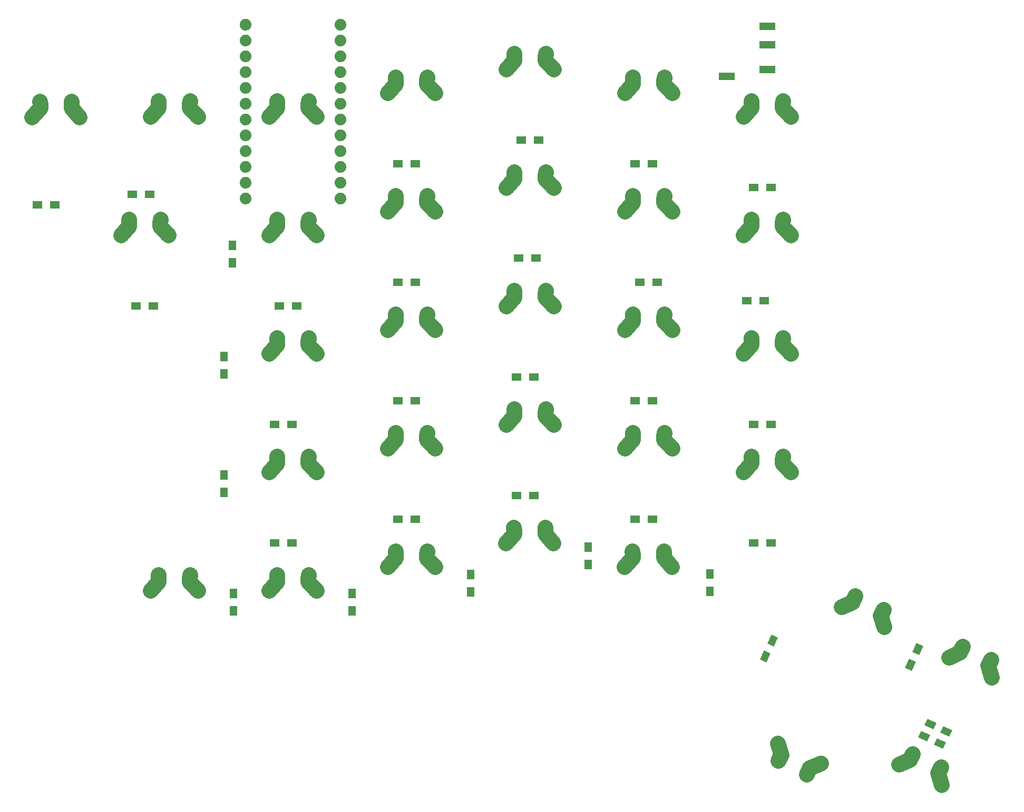
<source format=gbr>
G04 #@! TF.GenerationSoftware,KiCad,Pcbnew,(5.1.5)-3*
G04 #@! TF.CreationDate,2020-06-21T18:11:25+05:30*
G04 #@! TF.ProjectId,ergocape,6572676f-6361-4706-952e-6b696361645f,rev?*
G04 #@! TF.SameCoordinates,Original*
G04 #@! TF.FileFunction,Paste,Top*
G04 #@! TF.FilePolarity,Positive*
%FSLAX46Y46*%
G04 Gerber Fmt 4.6, Leading zero omitted, Abs format (unit mm)*
G04 Created by KiCad (PCBNEW (5.1.5)-3) date 2020-06-21 18:11:25*
%MOMM*%
%LPD*%
G04 APERTURE LIST*
%ADD10C,1.879600*%
%ADD11R,2.500000X1.200000*%
%ADD12C,2.500000*%
%ADD13R,1.600000X1.200000*%
%ADD14R,1.200000X1.600000*%
%ADD15C,0.100000*%
G04 APERTURE END LIST*
D10*
X76504800Y-22326600D03*
X76504800Y-24866600D03*
X76504800Y-27406600D03*
X76504800Y-29946600D03*
X76504800Y-32486600D03*
X76504800Y-35026600D03*
X76504800Y-37566600D03*
X76504800Y-40106600D03*
X76504800Y-42646600D03*
X76504800Y-45186600D03*
X76504800Y-47726600D03*
X76504800Y-50266600D03*
X91744800Y-50266600D03*
X91744800Y-47726600D03*
X91744800Y-45186600D03*
X91744800Y-42646600D03*
X91744800Y-40106600D03*
X91744800Y-37566600D03*
X91744800Y-35026600D03*
X91744800Y-32486600D03*
X91744800Y-29946600D03*
X91744800Y-27406600D03*
X91744800Y-24866600D03*
X91744800Y-22326600D03*
D11*
X160352000Y-25511500D03*
X160352000Y-22511500D03*
X160352000Y-29511500D03*
X153852000Y-30611500D03*
D12*
X57824999Y-54237500D02*
X57785001Y-53657500D01*
X62825001Y-54237500D02*
X62864999Y-53657500D01*
X62825005Y-54737496D02*
X64134995Y-56197504D01*
X57824995Y-54737496D02*
X56515005Y-56197504D01*
D13*
X120838000Y-40798800D03*
X123638000Y-40798800D03*
D12*
X87947495Y-37147504D02*
X86637505Y-35687496D01*
X81597501Y-34607500D02*
X81637499Y-35187500D01*
X80327505Y-37147504D02*
X81637495Y-35687496D01*
X86677499Y-34607500D02*
X86637501Y-35187500D01*
X188378385Y-144508368D02*
X187808157Y-142631524D01*
X183696788Y-139522719D02*
X183487920Y-140065281D01*
X181472328Y-141288021D02*
X183276610Y-140518429D01*
X188300830Y-141669619D02*
X188019460Y-142178373D01*
D14*
X74422000Y-60582000D03*
X74422000Y-57782000D03*
D13*
X100994000Y-44608800D03*
X103794000Y-44608800D03*
X139094000Y-44608800D03*
X141894000Y-44608800D03*
X158144000Y-48418800D03*
X160944000Y-48418800D03*
D14*
X93662500Y-116494000D03*
X93662500Y-113694000D03*
X151130000Y-113414000D03*
X151130000Y-110614000D03*
X131572000Y-109096000D03*
X131572000Y-106296000D03*
X73025000Y-78393800D03*
X73025000Y-75593800D03*
X74612500Y-116494000D03*
X74612500Y-113694000D03*
D13*
X120044000Y-78898800D03*
X122844000Y-78898800D03*
X58290000Y-49530000D03*
X61090000Y-49530000D03*
D14*
X73025000Y-97443800D03*
X73025000Y-94643800D03*
D13*
X58925000Y-67468800D03*
X61725000Y-67468800D03*
D15*
G36*
X185561460Y-134934236D02*
G01*
X186068602Y-133846667D01*
X187518694Y-134522856D01*
X187011552Y-135610425D01*
X185561460Y-134934236D01*
G37*
G36*
X188099122Y-136117568D02*
G01*
X188606264Y-135029999D01*
X190056356Y-135706188D01*
X189549214Y-136793757D01*
X188099122Y-136117568D01*
G37*
G36*
X184540460Y-136881236D02*
G01*
X185047602Y-135793667D01*
X186497694Y-136469856D01*
X185990552Y-137557425D01*
X184540460Y-136881236D01*
G37*
G36*
X187078122Y-138064568D02*
G01*
X187585264Y-136976999D01*
X189035356Y-137653188D01*
X188528214Y-138740757D01*
X187078122Y-138064568D01*
G37*
G36*
X160219932Y-124823660D02*
G01*
X159132363Y-124316518D01*
X159808552Y-122866426D01*
X160896121Y-123373568D01*
X160219932Y-124823660D01*
G37*
G36*
X161403264Y-122285998D02*
G01*
X160315695Y-121778856D01*
X160991884Y-120328764D01*
X162079453Y-120835906D01*
X161403264Y-122285998D01*
G37*
D14*
X112712000Y-113478000D03*
X112712000Y-110678000D03*
D13*
X81150000Y-86518800D03*
X83950000Y-86518800D03*
X158144000Y-105569000D03*
X160944000Y-105569000D03*
X120044000Y-97948800D03*
X122844000Y-97948800D03*
X120393000Y-59817000D03*
X123193000Y-59817000D03*
X139094000Y-82708800D03*
X141894000Y-82708800D03*
X158144000Y-86518800D03*
X160944000Y-86518800D03*
X81943800Y-67468800D03*
X84743800Y-67468800D03*
X139888000Y-63658800D03*
X142688000Y-63658800D03*
X100994000Y-82708800D03*
X103794000Y-82708800D03*
X157032000Y-66675000D03*
X159832000Y-66675000D03*
X139094000Y-101759000D03*
X141894000Y-101759000D03*
X100994000Y-63658800D03*
X103794000Y-63658800D03*
X100994000Y-101759000D03*
X103794000Y-101759000D03*
X81150000Y-105569000D03*
X83950000Y-105569000D03*
D12*
X106997995Y-33337504D02*
X105688005Y-31877496D01*
X100648001Y-30797500D02*
X100687999Y-31377500D01*
X99378005Y-33337504D02*
X100687995Y-31877496D01*
X105727999Y-30797500D02*
X105688001Y-31377500D01*
X126047995Y-29527504D02*
X124738005Y-28067496D01*
X119698001Y-26987500D02*
X119737999Y-27567500D01*
X118428005Y-29527504D02*
X119737995Y-28067496D01*
X124777999Y-26987500D02*
X124738001Y-27567500D01*
X145097995Y-33337504D02*
X143788005Y-31877496D01*
X138748001Y-30797500D02*
X138787999Y-31377500D01*
X137478005Y-33337504D02*
X138787995Y-31877496D01*
X143827999Y-30797500D02*
X143788001Y-31377500D01*
X164147995Y-37147504D02*
X162838005Y-35687496D01*
X157798001Y-34607500D02*
X157837999Y-35187500D01*
X156528005Y-37147504D02*
X157837995Y-35687496D01*
X162877999Y-34607500D02*
X162838001Y-35187500D01*
X87947495Y-75247504D02*
X86637505Y-73787496D01*
X81597501Y-72707500D02*
X81637499Y-73287500D01*
X80327505Y-75247504D02*
X81637495Y-73787496D01*
X86677499Y-72707500D02*
X86637501Y-73287500D01*
X87947495Y-113348004D02*
X86637505Y-111887996D01*
X81597501Y-110808000D02*
X81637499Y-111388000D01*
X80327505Y-113348004D02*
X81637495Y-111887996D01*
X86677499Y-110808000D02*
X86637501Y-111388000D01*
X164147995Y-94297504D02*
X162838005Y-92837496D01*
X157798001Y-91757500D02*
X157837999Y-92337500D01*
X156528005Y-94297504D02*
X157837995Y-92837496D01*
X162877999Y-91757500D02*
X162838001Y-92337500D01*
X125983995Y-105664004D02*
X124674005Y-104203996D01*
X119634001Y-103124000D02*
X119673999Y-103704000D01*
X118364005Y-105664004D02*
X119673995Y-104203996D01*
X124713999Y-103124000D02*
X124674001Y-103704000D01*
X145033995Y-109474004D02*
X143724005Y-108013996D01*
X138684001Y-106934000D02*
X138723999Y-107514000D01*
X137414005Y-109474004D02*
X138723995Y-108013996D01*
X143763999Y-106934000D02*
X143724001Y-107514000D01*
X126047995Y-86677504D02*
X124738005Y-85217496D01*
X119698001Y-84137500D02*
X119737999Y-84717500D01*
X118428005Y-86677504D02*
X119737995Y-85217496D01*
X124777999Y-84137500D02*
X124738001Y-84717500D01*
X68897495Y-113348004D02*
X67587505Y-111887996D01*
X62547501Y-110808000D02*
X62587499Y-111388000D01*
X61277505Y-113348004D02*
X62587495Y-111887996D01*
X67627499Y-110808000D02*
X67587501Y-111388000D01*
X126047995Y-67627504D02*
X124738005Y-66167496D01*
X119698001Y-65087500D02*
X119737999Y-65667500D01*
X118428005Y-67627504D02*
X119737995Y-66167496D01*
X124777999Y-65087500D02*
X124738001Y-65667500D01*
X126047995Y-48577504D02*
X124738005Y-47117496D01*
X119698001Y-46037500D02*
X119737999Y-46617500D01*
X118428005Y-48577504D02*
X119737995Y-47117496D01*
X124777999Y-46037500D02*
X124738001Y-46617500D01*
X68897495Y-37147504D02*
X67587505Y-35687496D01*
X62547501Y-34607500D02*
X62587499Y-35187500D01*
X61277505Y-37147504D02*
X62587495Y-35687496D01*
X67627499Y-34607500D02*
X67587501Y-35187500D01*
X145097995Y-71437504D02*
X143788005Y-69977496D01*
X138748001Y-68897500D02*
X138787999Y-69477500D01*
X137478005Y-71437504D02*
X138787995Y-69977496D01*
X143827999Y-68897500D02*
X143788001Y-69477500D01*
X164147995Y-75247504D02*
X162838005Y-73787496D01*
X157798001Y-72707500D02*
X157837999Y-73287500D01*
X156528005Y-75247504D02*
X157837995Y-73787496D01*
X162877999Y-72707500D02*
X162838001Y-73287500D01*
X87947495Y-56197504D02*
X86637505Y-54737496D01*
X81597501Y-53657500D02*
X81637499Y-54237500D01*
X80327505Y-56197504D02*
X81637495Y-54737496D01*
X86677499Y-53657500D02*
X86637501Y-54237500D01*
X145097995Y-52387504D02*
X143788005Y-50927496D01*
X138748001Y-49847500D02*
X138787999Y-50427500D01*
X137478005Y-52387504D02*
X138787995Y-50927496D01*
X143827999Y-49847500D02*
X143788001Y-50427500D01*
X106997995Y-71437504D02*
X105688005Y-69977496D01*
X100648001Y-68897500D02*
X100687999Y-69477500D01*
X99378005Y-71437504D02*
X100687995Y-69977496D01*
X105727999Y-68897500D02*
X105688001Y-69477500D01*
X164147995Y-56197504D02*
X162838005Y-54737496D01*
X157798001Y-53657500D02*
X157837999Y-54237500D01*
X156528005Y-56197504D02*
X157837995Y-54737496D01*
X162877999Y-53657500D02*
X162838001Y-54237500D01*
X196428385Y-127243368D02*
X195858157Y-125366524D01*
X191746788Y-122257719D02*
X191537920Y-122800281D01*
X189522328Y-124023021D02*
X191326610Y-123253429D01*
X196350830Y-124404619D02*
X196069460Y-124913373D01*
X145097995Y-90487504D02*
X143788005Y-89027496D01*
X138748001Y-87947500D02*
X138787999Y-88527500D01*
X137478005Y-90487504D02*
X138787995Y-89027496D01*
X143827999Y-87947500D02*
X143788001Y-88527500D01*
X106997995Y-52387504D02*
X105688005Y-50927496D01*
X100648001Y-49847500D02*
X100687999Y-50427500D01*
X99378005Y-52387504D02*
X100687995Y-50927496D01*
X105727999Y-49847500D02*
X105688001Y-50427500D01*
X106997995Y-109538004D02*
X105688005Y-108077996D01*
X100648001Y-106998000D02*
X100687999Y-107578000D01*
X99378005Y-109538004D02*
X100687995Y-108077996D01*
X105727999Y-106998000D02*
X105688001Y-107578000D01*
X106997995Y-90487504D02*
X105688005Y-89027496D01*
X100648001Y-87947500D02*
X100687999Y-88527500D01*
X99378005Y-90487504D02*
X100687995Y-89027496D01*
X105727999Y-87947500D02*
X105688001Y-88527500D01*
X87947495Y-94297504D02*
X86637505Y-92837496D01*
X81597501Y-91757500D02*
X81637499Y-92337500D01*
X80327505Y-94297504D02*
X81637495Y-92837496D01*
X86677499Y-91757500D02*
X86637501Y-92337500D01*
D15*
G36*
X183553932Y-126183660D02*
G01*
X182466363Y-125676518D01*
X183142552Y-124226426D01*
X184230121Y-124733568D01*
X183553932Y-126183660D01*
G37*
G36*
X184737264Y-123645998D02*
G01*
X183649695Y-123138856D01*
X184325884Y-121688764D01*
X185413453Y-122195906D01*
X184737264Y-123645998D01*
G37*
D12*
X179151386Y-119180368D02*
X178581158Y-117303524D01*
X174469789Y-114194719D02*
X174260921Y-114737281D01*
X172245329Y-115960021D02*
X174049611Y-115190429D01*
X179073831Y-116341619D02*
X178792461Y-116850373D01*
X162047431Y-137829056D02*
X162617659Y-139705900D01*
X166729028Y-142814705D02*
X166937896Y-142272143D01*
X168953488Y-141049403D02*
X167149206Y-141818995D01*
X162124986Y-140667805D02*
X162406356Y-140159051D01*
D13*
X43050000Y-51231800D03*
X45850000Y-51231800D03*
D12*
X49860195Y-37160204D02*
X48550205Y-35700196D01*
X43510201Y-34620200D02*
X43550199Y-35200200D01*
X42240205Y-37160204D02*
X43550195Y-35700196D01*
X48590199Y-34620200D02*
X48550201Y-35200200D01*
M02*

</source>
